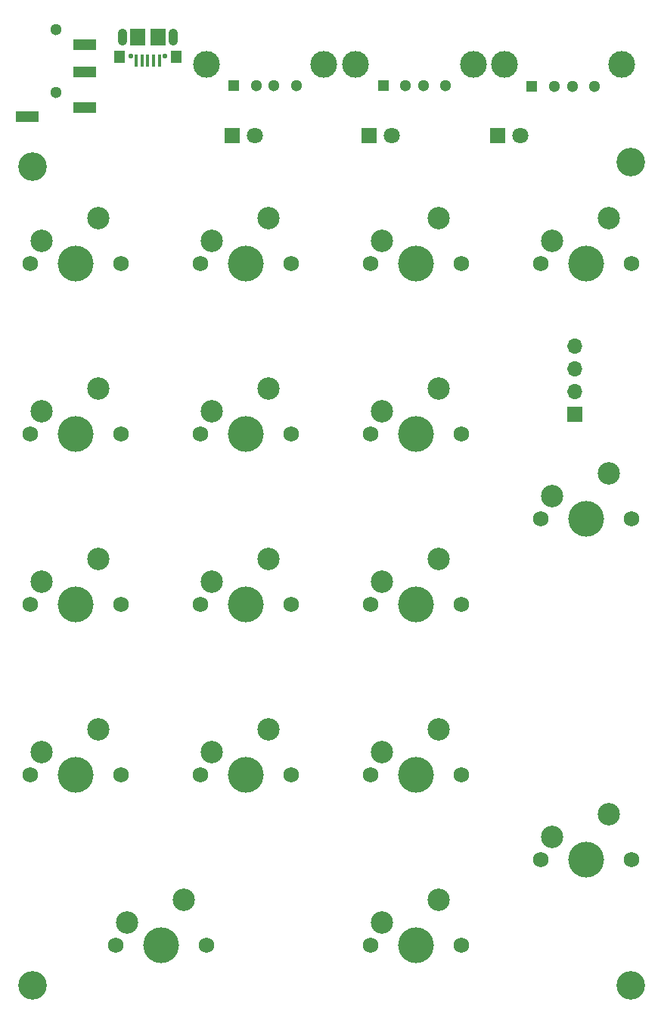
<source format=gts>
G04 #@! TF.GenerationSoftware,KiCad,Pcbnew,(6.0.6)*
G04 #@! TF.CreationDate,2022-09-12T00:25:57+02:00*
G04 #@! TF.ProjectId,keyboard,6b657962-6f61-4726-942e-6b696361645f,v1.0*
G04 #@! TF.SameCoordinates,Original*
G04 #@! TF.FileFunction,Soldermask,Top*
G04 #@! TF.FilePolarity,Negative*
%FSLAX46Y46*%
G04 Gerber Fmt 4.6, Leading zero omitted, Abs format (unit mm)*
G04 Created by KiCad (PCBNEW (6.0.6)) date 2022-09-12 00:25:57*
%MOMM*%
%LPD*%
G01*
G04 APERTURE LIST*
%ADD10C,4.000000*%
%ADD11C,1.750000*%
%ADD12C,2.500000*%
%ADD13R,1.800000X1.800000*%
%ADD14C,1.800000*%
%ADD15C,3.200000*%
%ADD16R,1.300000X1.300000*%
%ADD17C,1.300000*%
%ADD18C,3.000000*%
%ADD19C,0.550000*%
%ADD20R,0.400000X1.400000*%
%ADD21O,1.050000X1.900000*%
%ADD22R,1.150000X1.450000*%
%ADD23R,1.750000X1.900000*%
%ADD24R,2.500000X1.200000*%
%ADD25R,1.700000X1.700000*%
%ADD26O,1.700000X1.700000*%
G04 APERTURE END LIST*
D10*
X123850400Y-100431600D03*
D11*
X128930400Y-100431600D03*
X118770400Y-100431600D03*
D12*
X120040400Y-97891600D03*
X126390400Y-95351600D03*
D13*
X141376400Y-48000000D03*
D14*
X143916400Y-48000000D03*
D11*
X118770400Y-62280800D03*
D10*
X123850400Y-62280800D03*
D11*
X128930400Y-62280800D03*
D12*
X120040400Y-59740800D03*
X126390400Y-57200800D03*
D11*
X156870400Y-138531600D03*
X167030400Y-138531600D03*
D10*
X161950400Y-138531600D03*
D12*
X158140400Y-135991600D03*
X164490400Y-133451600D03*
D15*
X186000000Y-51000000D03*
D13*
X171043600Y-48000000D03*
D14*
X173583600Y-48000000D03*
D11*
X156870400Y-81330800D03*
X167030400Y-81330800D03*
D10*
X161950400Y-81330800D03*
D12*
X158140400Y-78790800D03*
X164490400Y-76250800D03*
D15*
X119000000Y-51500000D03*
X186000000Y-143000000D03*
D11*
X118770400Y-81330800D03*
X128930400Y-81330800D03*
D10*
X123850400Y-81330800D03*
D12*
X120040400Y-78790800D03*
X126390400Y-76250800D03*
D15*
X119000000Y-143000000D03*
D10*
X133350000Y-138531600D03*
D11*
X138430000Y-138531600D03*
X128270000Y-138531600D03*
D12*
X129540000Y-135991600D03*
X135890000Y-133451600D03*
D11*
X167030400Y-100431600D03*
X156870400Y-100431600D03*
D10*
X161950400Y-100431600D03*
D12*
X158140400Y-97891600D03*
X164490400Y-95351600D03*
D16*
X174904400Y-42468800D03*
D17*
X177404400Y-42468800D03*
X179404400Y-42468800D03*
X181904400Y-42468800D03*
D18*
X171834400Y-40068800D03*
X184974400Y-40068800D03*
D11*
X156870400Y-119481600D03*
X167030400Y-119481600D03*
D10*
X161950400Y-119481600D03*
D12*
X158140400Y-116941600D03*
X164490400Y-114401600D03*
D10*
X142900400Y-81330800D03*
D11*
X147980400Y-81330800D03*
X137820400Y-81330800D03*
D12*
X139090400Y-78790800D03*
X145440400Y-76250800D03*
D11*
X186080400Y-62280800D03*
X175920400Y-62280800D03*
D10*
X181000400Y-62280800D03*
D12*
X177190400Y-59740800D03*
X183540400Y-57200800D03*
D11*
X175920400Y-128981200D03*
X186080400Y-128981200D03*
D10*
X181000400Y-128981200D03*
D12*
X177190400Y-126441200D03*
X183540400Y-123901200D03*
D19*
X133821600Y-39132400D03*
X129971600Y-39132400D03*
D20*
X133196600Y-39632400D03*
X132546600Y-39632400D03*
X131896600Y-39632400D03*
X131246600Y-39632400D03*
X130596600Y-39632400D03*
D21*
X129071600Y-36982400D03*
D22*
X128696600Y-39212400D03*
X135096600Y-39212400D03*
D23*
X130771600Y-36982400D03*
D21*
X134721600Y-36982400D03*
D23*
X133021600Y-36982400D03*
D11*
X137820400Y-100431600D03*
X147980400Y-100431600D03*
D10*
X142900400Y-100431600D03*
D12*
X139090400Y-97891600D03*
X145440400Y-95351600D03*
D10*
X161950400Y-62280800D03*
D11*
X167030400Y-62280800D03*
X156870400Y-62280800D03*
D12*
X158140400Y-59740800D03*
X164490400Y-57200800D03*
D16*
X141534000Y-42415400D03*
D17*
X144034000Y-42415400D03*
X146034000Y-42415400D03*
X148534000Y-42415400D03*
D18*
X138464000Y-40015400D03*
X151604000Y-40015400D03*
D17*
X121615200Y-36190800D03*
X121615200Y-43190800D03*
D24*
X124865200Y-44890800D03*
X124865200Y-40890800D03*
X124865200Y-37890800D03*
X118365200Y-45890800D03*
D16*
X158247200Y-42415400D03*
D17*
X160747200Y-42415400D03*
X162747200Y-42415400D03*
X165247200Y-42415400D03*
D18*
X155177200Y-40015400D03*
X168317200Y-40015400D03*
D10*
X123850400Y-119481600D03*
D11*
X128930400Y-119481600D03*
X118770400Y-119481600D03*
D12*
X120040400Y-116941600D03*
X126390400Y-114401600D03*
D11*
X137820400Y-119481600D03*
X147980400Y-119481600D03*
D10*
X142900400Y-119481600D03*
D12*
X139090400Y-116941600D03*
X145440400Y-114401600D03*
D11*
X186080400Y-90881200D03*
X175920400Y-90881200D03*
D10*
X181000400Y-90881200D03*
D12*
X177190400Y-88341200D03*
X183540400Y-85801200D03*
D11*
X137820400Y-62280800D03*
X147980400Y-62280800D03*
D10*
X142900400Y-62280800D03*
D12*
X139090400Y-59740800D03*
X145440400Y-57200800D03*
D13*
X156662200Y-48000000D03*
D14*
X159202200Y-48000000D03*
D25*
X179730400Y-79136400D03*
D26*
X179730400Y-76596400D03*
X179730400Y-74056400D03*
X179730400Y-71516400D03*
M02*

</source>
